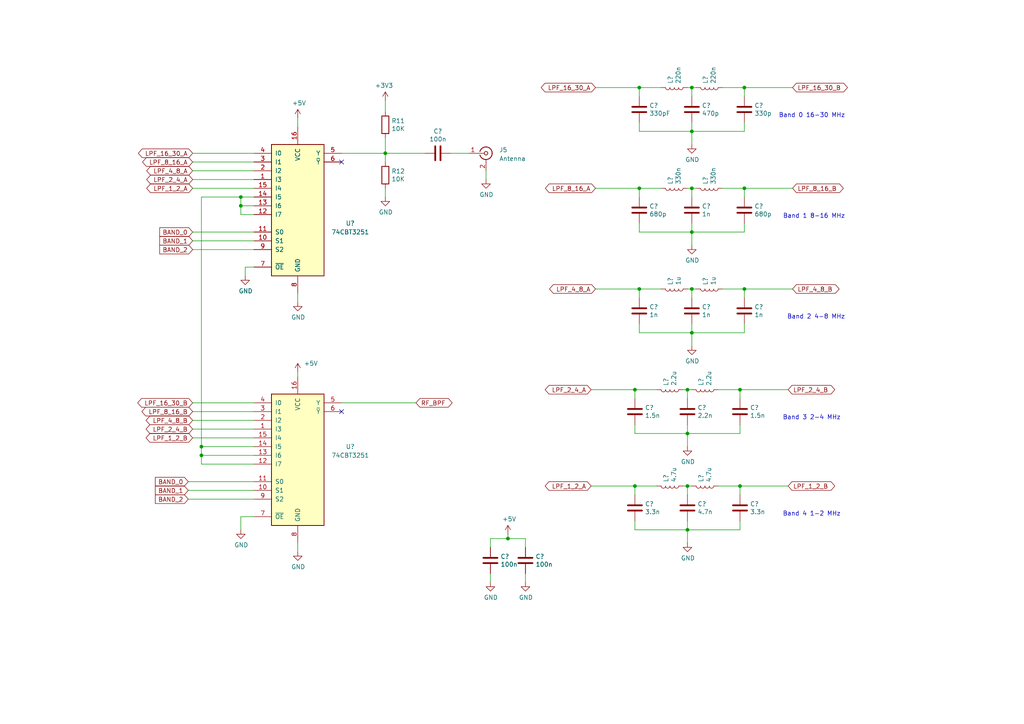
<source format=kicad_sch>
(kicad_sch (version 20230121) (generator eeschema)
  (paper "A4")
  (lib_symbols
    (symbol "74xx:74LS251" (pin_names (offset 1.016))
      (property "Reference" "U" (at -7.62 19.05 0))
      (property "Value" "74LS251" (at -7.62 -21.59 0))
      (symbol "74LS251_1_0"
        (pin input line (at -12.7 7.62 0) (length 5.08) (name "I3") (number "1"))
        (pin input line (at -12.7 -10.16 0) (length 5.08) (name "S1") (number "10"))
        (pin input line (at -12.7 -7.62 0) (length 5.08) (name "S0") (number "11"))
        (pin input line (at -12.7 -2.54 0) (length 5.08) (name "I7") (number "12"))
        (pin input line (at -12.7 0 0) (length 5.08) (name "I6") (number "13"))
        (pin input line (at -12.7 2.54 0) (length 5.08) (name "I5") (number "14"))
        (pin input line (at -12.7 5.08 0) (length 5.08) (name "I4") (number "15"))
        (pin power_in line (at 0 22.86 270) (length 5.08) (name "VCC") (number "16"))
        (pin input line (at -12.7 10.16 0) (length 5.08) (name "I2") (number "2"))
        (pin input line (at -12.7 12.7 0) (length 5.08) (name "I1") (number "3"))
        (pin input line (at -12.7 15.24 0) (length 5.08) (name "I0") (number "4"))
        (pin tri_state line (at 12.7 15.24 180) (length 5.08) (name "Y") (number "5"))
        (pin tri_state line (at 12.7 12.7 180) (length 5.08) (name "~{Y}") (number "6"))
        (pin input line (at -12.7 -17.78 0) (length 5.08) (name "~{OE}") (number "7"))
        (pin power_in line (at 0 -25.4 90) (length 5.08) (name "GND") (number "8"))
        (pin input line (at -12.7 -12.7 0) (length 5.08) (name "S2") (number "9"))
      )
      (symbol "74LS251_1_1"
        (rectangle (start -7.62 17.78) (end 7.62 -20.32) (stroke (width 0.254)) (fill (type background)))
      )
    )
    (symbol "Connector:Conn_Coaxial" (pin_names (offset 1.016) hide)
      (property "Reference" "J" (at 0.254 3.048 0))
      (property "Value" "Conn_Coaxial" (at 2.921 0 90))
      (symbol "Conn_Coaxial_0_1"
        (arc (start -1.778 -0.508) (mid 0.2311 -1.8066) (end 1.778 0) (stroke (width 0.254)))
        (polyline (pts (xy -2.54 0) (xy -0.508 0)))
        (polyline (pts (xy 0 -2.54) (xy 0 -1.778)))
        (circle (center 0 0) (radius 0.508) (stroke (width 0.2032)))
        (arc (start 1.778 0) (mid 0.2099 1.8101) (end -1.778 0.508) (stroke (width 0.254)))
      )
      (symbol "Conn_Coaxial_1_1"
        (pin passive line (at -5.08 0 0) (length 2.54) (name "In") (number "1"))
        (pin passive line (at 0 -5.08 90) (length 2.54) (name "Ext") (number "2"))
      )
    )
    (symbol "Device:C" (pin_numbers hide) (pin_names (offset 0.254))
      (property "Reference" "C" (at 0.635 2.54 0))
      (property "Value" "C" (at 0.635 -2.54 0))
      (symbol "C_0_1"
        (polyline (pts (xy -2.032 -0.762) (xy 2.032 -0.762)) (stroke (width 0.508)))
        (polyline (pts (xy -2.032 0.762) (xy 2.032 0.762)) (stroke (width 0.508)))
      )
      (symbol "C_1_1"
        (pin passive line (at 0 3.81 270) (length 2.794) (name "~") (number "1"))
        (pin passive line (at 0 -3.81 90) (length 2.794) (name "~") (number "2"))
      )
    )
    (symbol "Device:L" (pin_numbers hide) (pin_names (offset 1.016) hide)
      (property "Reference" "L" (at -1.27 0 90))
      (property "Value" "L" (at 1.905 0 90))
      (symbol "L_0_1"
        (arc (start 0 -2.54) (mid 0.6323 -1.905) (end 0 -1.27))
        (arc (start 0 -1.27) (mid 0.6323 -0.635) (end 0 0))
        (arc (start 0 0) (mid 0.6323 0.635) (end 0 1.27))
        (arc (start 0 1.27) (mid 0.6323 1.905) (end 0 2.54))
      )
      (symbol "L_1_1"
        (pin passive line (at 0 3.81 270) (length 1.27) (name "1") (number "1"))
        (pin passive line (at 0 -3.81 90) (length 1.27) (name "2") (number "2"))
      )
    )
    (symbol "Device:R" (pin_numbers hide) (pin_names (offset 0))
      (property "Reference" "R" (at 2.032 0 90))
      (property "Value" "R" (at 0 0 90))
      (symbol "R_0_1"
        (rectangle (start -1.016 -2.54) (end 1.016 2.54) (stroke (width 0.254)))
      )
      (symbol "R_1_1"
        (pin passive line (at 0 3.81 270) (length 1.27) (name "~") (number "1"))
        (pin passive line (at 0 -3.81 90) (length 1.27) (name "~") (number "2"))
      )
    )
    (symbol "power:+3V3" (power) (pin_names (offset 0))
      (property "Value" "+3V3" (at 0 3.556 0))
      (symbol "+3V3_0_1"
        (polyline (pts (xy -0.762 1.27) (xy 0 2.54)))
        (polyline (pts (xy 0 0) (xy 0 2.54)))
        (polyline (pts (xy 0 2.54) (xy 0.762 1.27)))
      )
      (symbol "+3V3_1_1"
        (pin power_in line (at 0 0 90) (length 0) hide (name "+3V3") (number "1"))
      )
    )
    (symbol "power:+5V" (power) (pin_names (offset 0))
      (property "Value" "+5V" (at 0 3.556 0))
      (symbol "+5V_0_1"
        (polyline (pts (xy -0.762 1.27) (xy 0 2.54)))
        (polyline (pts (xy 0 0) (xy 0 2.54)))
        (polyline (pts (xy 0 2.54) (xy 0.762 1.27)))
      )
      (symbol "+5V_1_1"
        (pin power_in line (at 0 0 90) (length 0) hide (name "+5V") (number "1"))
      )
    )
    (symbol "power:GND" (power) (pin_names (offset 0))
      (property "Value" "GND" (at 0 -3.81 0))
      (symbol "GND_0_1"
        (polyline (pts (xy 0 0) (xy 0 -1.27) (xy 1.27 -1.27) (xy 0 -2.54) (xy -1.27 -1.27) (xy 0 -1.27)))
      )
      (symbol "GND_1_1"
        (pin power_in line (at 0 0 270) (length 0) hide (name "GND") (number "1"))
      )
    )
  )
  (junction (at 185.42 54.61))
  (junction (at 200.66 25.4))
  (junction (at 184.15 140.97))
  (junction (at 200.66 38.1))
  (junction (at 200.66 96.52))
  (junction (at 184.15 113.03))
  (junction (at 185.42 83.82))
  (junction (at 199.39 113.03))
  (junction (at 199.39 153.67))
  (junction (at 200.66 67.31))
  (junction (at 200.66 83.82))
  (junction (at 58.42 132.08))
  (junction (at 58.42 129.54))
  (junction (at 111.76 44.45))
  (junction (at 215.9 25.4))
  (junction (at 147.32 156.21))
  (junction (at 69.85 59.69))
  (junction (at 185.42 25.4))
  (junction (at 200.66 54.61))
  (junction (at 214.63 113.03))
  (junction (at 199.39 125.73))
  (junction (at 215.9 83.82))
  (junction (at 69.85 57.15))
  (junction (at 214.63 140.97))
  (junction (at 215.9 54.61))
  (junction (at 199.39 140.97))
  (no_connect (at 99.06 119.38))
  (no_connect (at 99.06 46.99))
  (wire (pts (xy 200.66 25.4) (xy 200.66 27.94)))
  (wire (pts (xy 71.12 80.01) (xy 71.12 77.47)))
  (wire (pts (xy 152.4 166.37) (xy 152.4 168.91)))
  (wire (pts (xy 86.36 85.09) (xy 86.36 87.63)))
  (wire (pts (xy 200.66 83.82) (xy 200.66 86.36)))
  (wire (pts (xy 184.15 151.13) (xy 184.15 153.67)))
  (wire (pts (xy 58.42 129.54) (xy 73.66 129.54)))
  (wire (pts (xy 215.9 35.56) (xy 215.9 38.1)))
  (wire (pts (xy 55.88 54.61) (xy 73.66 54.61)))
  (wire (pts (xy 209.55 54.61) (xy 215.9 54.61)))
  (wire (pts (xy 172.72 54.61) (xy 185.42 54.61)))
  (wire (pts (xy 69.85 149.86) (xy 73.66 149.86)))
  (wire (pts (xy 215.9 54.61) (xy 229.87 54.61)))
  (wire (pts (xy 200.66 64.77) (xy 200.66 67.31)))
  (wire (pts (xy 214.63 123.19) (xy 214.63 125.73)))
  (wire (pts (xy 54.61 144.78) (xy 73.66 144.78)))
  (wire (pts (xy 185.42 38.1) (xy 200.66 38.1)))
  (wire (pts (xy 214.63 113.03) (xy 228.6 113.03)))
  (wire (pts (xy 215.9 54.61) (xy 215.9 57.15)))
  (wire (pts (xy 185.42 67.31) (xy 200.66 67.31)))
  (wire (pts (xy 55.88 46.99) (xy 73.66 46.99)))
  (wire (pts (xy 86.36 157.48) (xy 86.36 160.02)))
  (wire (pts (xy 140.97 49.53) (xy 140.97 52.07)))
  (wire (pts (xy 215.9 25.4) (xy 229.87 25.4)))
  (wire (pts (xy 58.42 134.62) (xy 73.66 134.62)))
  (wire (pts (xy 185.42 64.77) (xy 185.42 67.31)))
  (wire (pts (xy 55.88 121.92) (xy 73.66 121.92)))
  (wire (pts (xy 171.45 140.97) (xy 184.15 140.97)))
  (wire (pts (xy 185.42 54.61) (xy 191.77 54.61)))
  (wire (pts (xy 55.88 127) (xy 73.66 127)))
  (wire (pts (xy 73.66 59.69) (xy 69.85 59.69)))
  (wire (pts (xy 55.88 69.85) (xy 73.66 69.85)))
  (wire (pts (xy 69.85 153.67) (xy 69.85 149.86)))
  (wire (pts (xy 200.66 67.31) (xy 200.66 71.12)))
  (wire (pts (xy 185.42 83.82) (xy 191.77 83.82)))
  (wire (pts (xy 184.15 125.73) (xy 199.39 125.73)))
  (wire (pts (xy 214.63 140.97) (xy 228.6 140.97)))
  (wire (pts (xy 58.42 132.08) (xy 73.66 132.08)))
  (wire (pts (xy 200.66 54.61) (xy 200.66 57.15)))
  (wire (pts (xy 185.42 54.61) (xy 185.42 57.15)))
  (wire (pts (xy 184.15 140.97) (xy 190.5 140.97)))
  (wire (pts (xy 71.12 77.47) (xy 73.66 77.47)))
  (wire (pts (xy 152.4 158.75) (xy 152.4 156.21)))
  (wire (pts (xy 147.32 154.94) (xy 147.32 156.21)))
  (wire (pts (xy 198.12 113.03) (xy 199.39 113.03)))
  (wire (pts (xy 73.66 116.84) (xy 55.88 116.84)))
  (wire (pts (xy 199.39 83.82) (xy 200.66 83.82)))
  (wire (pts (xy 185.42 25.4) (xy 185.42 27.94)))
  (wire (pts (xy 142.24 156.21) (xy 142.24 158.75)))
  (wire (pts (xy 172.72 25.4) (xy 185.42 25.4)))
  (wire (pts (xy 214.63 151.13) (xy 214.63 153.67)))
  (wire (pts (xy 208.28 140.97) (xy 214.63 140.97)))
  (wire (pts (xy 111.76 54.61) (xy 111.76 57.15)))
  (wire (pts (xy 200.66 54.61) (xy 201.93 54.61)))
  (wire (pts (xy 185.42 25.4) (xy 191.77 25.4)))
  (wire (pts (xy 58.42 132.08) (xy 58.42 129.54)))
  (wire (pts (xy 215.9 93.98) (xy 215.9 96.52)))
  (wire (pts (xy 147.32 156.21) (xy 142.24 156.21)))
  (wire (pts (xy 55.88 119.38) (xy 73.66 119.38)))
  (wire (pts (xy 200.66 93.98) (xy 200.66 96.52)))
  (wire (pts (xy 185.42 93.98) (xy 185.42 96.52)))
  (wire (pts (xy 199.39 125.73) (xy 199.39 129.54)))
  (wire (pts (xy 214.63 140.97) (xy 214.63 143.51)))
  (wire (pts (xy 185.42 83.82) (xy 185.42 86.36)))
  (wire (pts (xy 214.63 113.03) (xy 214.63 115.57)))
  (wire (pts (xy 111.76 44.45) (xy 123.19 44.45)))
  (wire (pts (xy 199.39 140.97) (xy 199.39 143.51)))
  (wire (pts (xy 86.36 34.29) (xy 86.36 36.83)))
  (wire (pts (xy 69.85 57.15) (xy 69.85 59.69)))
  (wire (pts (xy 200.66 67.31) (xy 215.9 67.31)))
  (wire (pts (xy 86.36 107.95) (xy 86.36 109.22)))
  (wire (pts (xy 55.88 44.45) (xy 73.66 44.45)))
  (wire (pts (xy 69.85 59.69) (xy 69.85 62.23)))
  (wire (pts (xy 199.39 153.67) (xy 199.39 157.48)))
  (wire (pts (xy 199.39 151.13) (xy 199.39 153.67)))
  (wire (pts (xy 130.81 44.45) (xy 135.89 44.45)))
  (wire (pts (xy 111.76 44.45) (xy 111.76 46.99)))
  (wire (pts (xy 199.39 153.67) (xy 214.63 153.67)))
  (wire (pts (xy 184.15 123.19) (xy 184.15 125.73)))
  (wire (pts (xy 184.15 113.03) (xy 190.5 113.03)))
  (wire (pts (xy 200.66 96.52) (xy 200.66 100.33)))
  (wire (pts (xy 199.39 113.03) (xy 200.66 113.03)))
  (wire (pts (xy 99.06 116.84) (xy 120.65 116.84)))
  (wire (pts (xy 215.9 25.4) (xy 215.9 27.94)))
  (wire (pts (xy 199.39 125.73) (xy 214.63 125.73)))
  (wire (pts (xy 55.88 49.53) (xy 73.66 49.53)))
  (wire (pts (xy 215.9 83.82) (xy 229.87 83.82)))
  (wire (pts (xy 185.42 35.56) (xy 185.42 38.1)))
  (wire (pts (xy 200.66 96.52) (xy 215.9 96.52)))
  (wire (pts (xy 215.9 83.82) (xy 215.9 86.36)))
  (wire (pts (xy 142.24 166.37) (xy 142.24 168.91)))
  (wire (pts (xy 209.55 83.82) (xy 215.9 83.82)))
  (wire (pts (xy 172.72 83.82) (xy 185.42 83.82)))
  (wire (pts (xy 200.66 38.1) (xy 200.66 41.91)))
  (wire (pts (xy 199.39 54.61) (xy 200.66 54.61)))
  (wire (pts (xy 198.12 140.97) (xy 199.39 140.97)))
  (wire (pts (xy 111.76 40.005) (xy 111.76 44.45)))
  (wire (pts (xy 73.66 62.23) (xy 69.85 62.23)))
  (wire (pts (xy 199.39 113.03) (xy 199.39 115.57)))
  (wire (pts (xy 55.88 52.07) (xy 73.66 52.07)))
  (wire (pts (xy 54.61 139.7) (xy 73.66 139.7)))
  (wire (pts (xy 55.88 124.46) (xy 73.66 124.46)))
  (wire (pts (xy 73.66 57.15) (xy 69.85 57.15)))
  (wire (pts (xy 200.66 38.1) (xy 215.9 38.1)))
  (wire (pts (xy 99.06 44.45) (xy 111.76 44.45)))
  (wire (pts (xy 215.9 64.77) (xy 215.9 67.31)))
  (wire (pts (xy 209.55 25.4) (xy 215.9 25.4)))
  (wire (pts (xy 200.66 25.4) (xy 201.93 25.4)))
  (wire (pts (xy 199.39 123.19) (xy 199.39 125.73)))
  (wire (pts (xy 58.42 134.62) (xy 58.42 132.08)))
  (wire (pts (xy 184.15 113.03) (xy 184.15 115.57)))
  (wire (pts (xy 111.76 29.21) (xy 111.76 32.385)))
  (wire (pts (xy 58.42 57.15) (xy 69.85 57.15)))
  (wire (pts (xy 152.4 156.21) (xy 147.32 156.21)))
  (wire (pts (xy 184.15 153.67) (xy 199.39 153.67)))
  (wire (pts (xy 58.42 57.15) (xy 58.42 129.54)))
  (wire (pts (xy 200.66 35.56) (xy 200.66 38.1)))
  (wire (pts (xy 200.66 83.82) (xy 201.93 83.82)))
  (wire (pts (xy 199.39 25.4) (xy 200.66 25.4)))
  (wire (pts (xy 55.88 67.31) (xy 73.66 67.31)))
  (wire (pts (xy 54.61 142.24) (xy 73.66 142.24)))
  (wire (pts (xy 208.28 113.03) (xy 214.63 113.03)))
  (wire (pts (xy 171.45 113.03) (xy 184.15 113.03)))
  (wire (pts (xy 199.39 140.97) (xy 200.66 140.97)))
  (wire (pts (xy 185.42 96.52) (xy 200.66 96.52)))
  (wire (pts (xy 184.15 140.97) (xy 184.15 143.51)))
  (wire (pts (xy 55.88 72.39) (xy 73.66 72.39)))
  (text "Band 2 4-8 MHz" (at 245.11 92.71 0) (effects (font (size 1.27 1.27)) (justify right bottom)))
  (text "Band 4 1-2 MHz" (at 243.84 149.86 0) (effects (font (size 1.27 1.27)) (justify right bottom)))
  (text "Band 1 8-16 MHz" (at 245.11 63.5 0) (effects (font (size 1.27 1.27)) (justify right bottom)))
  (text "Band 3 2-4 MHz" (at 243.84 121.92 0) (effects (font (size 1.27 1.27)) (justify right bottom)))
  (text "Band 0 16-30 MHz" (at 245.11 34.29 0) (effects (font (size 1.27 1.27)) (justify right bottom)))
  (global_label "BAND_0" (shape input) (at 54.61 139.7 180) (property "Intersheetrefs" "${INTERSHEET_REFS}" (effects hide)))
  (global_label "LPF_16_30_B" (shape bidirectional) (at 229.87 25.4 0) (property "Intersheetrefs" "${INTERSHEET_REFS}" (effects hide)))
  (global_label "BAND_1" (shape input) (at 54.61 142.24 180) (property "Intersheetrefs" "${INTERSHEET_REFS}" (effects hide)))
  (global_label "LPF_4_8_B" (shape bidirectional) (at 229.87 83.82 0) (property "Intersheetrefs" "${INTERSHEET_REFS}" (effects hide)))
  (global_label "LPF_1_2_A" (shape bidirectional) (at 171.45 140.97 180) (property "Intersheetrefs" "${INTERSHEET_REFS}" (effects hide)))
  (global_label "BAND_1" (shape input) (at 55.88 69.85 180) (property "Intersheetrefs" "${INTERSHEET_REFS}" (effects hide)))
  (global_label "LPF_8_16_A" (shape bidirectional) (at 172.72 54.61 180) (property "Intersheetrefs" "${INTERSHEET_REFS}" (effects hide)))
  (global_label "LPF_2_4_B" (shape bidirectional) (at 55.88 124.46 180) (property "Intersheetrefs" "${INTERSHEET_REFS}" (effects hide)))
  (global_label "BAND_0" (shape input) (at 55.88 67.31 180) (property "Intersheetrefs" "${INTERSHEET_REFS}" (effects hide)))
  (global_label "LPF_8_16_A" (shape bidirectional) (at 55.88 46.99 180) (property "Intersheetrefs" "${INTERSHEET_REFS}" (effects hide)))
  (global_label "LPF_16_30_A" (shape bidirectional) (at 172.72 25.4 180) (property "Intersheetrefs" "${INTERSHEET_REFS}" (effects hide)))
  (global_label "LPF_2_4_B" (shape bidirectional) (at 228.6 113.03 0) (property "Intersheetrefs" "${INTERSHEET_REFS}" (effects hide)))
  (global_label "BAND_2" (shape input) (at 54.61 144.78 180) (property "Intersheetrefs" "${INTERSHEET_REFS}" (effects hide)))
  (global_label "LPF_8_16_B" (shape bidirectional) (at 55.88 119.38 180) (property "Intersheetrefs" "${INTERSHEET_REFS}" (effects hide)))
  (global_label "LPF_4_8_A" (shape bidirectional) (at 55.88 49.53 180) (property "Intersheetrefs" "${INTERSHEET_REFS}" (effects hide)))
  (global_label "LPF_4_8_B" (shape bidirectional) (at 55.88 121.92 180) (property "Intersheetrefs" "${INTERSHEET_REFS}" (effects hide)))
  (global_label "LPF_16_30_B" (shape bidirectional) (at 55.88 116.84 180) (property "Intersheetrefs" "${INTERSHEET_REFS}" (effects hide)))
  (global_label "RF_BPF" (shape bidirectional) (at 120.65 116.84 0) (property "Intersheetrefs" "${INTERSHEET_REFS}" (effects hide)))
  (global_label "LPF_4_8_A" (shape bidirectional) (at 172.72 83.82 180) (property "Intersheetrefs" "${INTERSHEET_REFS}" (effects hide)))
  (global_label "LPF_1_2_B" (shape bidirectional) (at 228.6 140.97 0) (property "Intersheetrefs" "${INTERSHEET_REFS}" (effects hide)))
  (global_label "LPF_16_30_A" (shape bidirectional) (at 55.88 44.45 180) (property "Intersheetrefs" "${INTERSHEET_REFS}" (effects hide)))
  (global_label "BAND_2" (shape input) (at 55.88 72.39 180) (property "Intersheetrefs" "${INTERSHEET_REFS}" (effects hide)))
  (global_label "LPF_1_2_A" (shape bidirectional) (at 55.88 54.61 180) (property "Intersheetrefs" "${INTERSHEET_REFS}" (effects hide)))
  (global_label "LPF_2_4_A" (shape bidirectional) (at 55.88 52.07 180) (property "Intersheetrefs" "${INTERSHEET_REFS}" (effects hide)))
  (global_label "LPF_1_2_B" (shape bidirectional) (at 55.88 127 180) (property "Intersheetrefs" "${INTERSHEET_REFS}" (effects hide)))
  (global_label "LPF_8_16_B" (shape bidirectional) (at 229.87 54.61 0) (property "Intersheetrefs" "${INTERSHEET_REFS}" (effects hide)))
  (global_label "LPF_2_4_A" (shape bidirectional) (at 171.45 113.03 180) (property "Intersheetrefs" "${INTERSHEET_REFS}" (effects hide)))
  (symbol (lib_id "power:GND") (at 152.4 168.91 0) (unit 1)
    (property "Reference" "#PWR?" (effects hide))
    (property "Value" "GND" (at 152.527 173.3042 0))
    (instances (project "RADIO" (path "" (reference "#PWR?") (unit 1))) (project "pico_rx" (path "" (reference "#PWR011") (unit 1))))
  )
  (symbol (lib_id "Device:L") (at 194.31 140.97 270) (unit 1)
    (property "Reference" "L?" (at 193.167 139.8778 0) (effects (justify right)))
    (property "Value" "4.7u" (at 195.453 139.8778 0) (effects (justify right)))
    (property "Footprint" "Inductor_SMD:L_0805_2012Metric_Pad1.05x1.20mm_HandSolder" (effects hide))
    (instances (project "RADIO" (path "" (reference "L?") (unit 1))) (project "pico_rx" (path "" (reference "L8") (unit 1))))
  )
  (symbol (lib_id "power:+5V") (at 86.36 34.29 0) (unit 1)
    (property "Reference" "#PWR?" (effects hide))
    (property "Value" "+5V" (at 86.741 29.8958 0))
    (instances (project "RADIO" (path "" (reference "#PWR?") (unit 1))) (project "pico_rx" (path "" (reference "#PWR03") (unit 1))))
  )
  (symbol (lib_id "Device:C") (at 184.15 147.32 180) (unit 1)
    (property "Reference" "C?" (at 187.071 146.177 0) (effects (justify right)))
    (property "Value" "3.3n" (at 187.071 148.463 0) (effects (justify right)))
    (property "Footprint" "Capacitor_SMD:C_0805_2012Metric" (effects hide))
    (instances (project "RADIO" (path "" (reference "C?") (unit 1))) (project "pico_rx" (path "" (reference "C36") (unit 1))))
  )
  (symbol (lib_id "Device:L") (at 205.74 54.61 270) (unit 1)
    (property "Reference" "L?" (at 204.597 53.5178 0) (effects (justify right)))
    (property "Value" "330n" (at 206.883 53.5178 0) (effects (justify right)))
    (property "Footprint" "Inductor_SMD:L_0805_2012Metric_Pad1.05x1.20mm_HandSolder" (effects hide))
    (instances (project "RADIO" (path "" (reference "L?") (unit 1))) (project "pico_rx" (path "" (reference "L2") (unit 1))))
  )
  (symbol (lib_id "power:GND") (at 199.39 157.48 0) (unit 1)
    (property "Reference" "#PWR?" (effects hide))
    (property "Value" "GND" (at 199.517 161.8742 0))
    (instances (project "RADIO" (path "" (reference "#PWR?") (unit 1))) (project "pico_rx" (path "" (reference "#PWR032") (unit 1))))
  )
  (symbol (lib_id "power:GND") (at 200.66 71.12 0) (unit 1)
    (property "Reference" "#PWR?" (effects hide))
    (property "Value" "GND" (at 200.787 75.5142 0))
    (instances (project "RADIO" (path "" (reference "#PWR?") (unit 1))) (project "pico_rx" (path "" (reference "#PWR013") (unit 1))))
  )
  (symbol (lib_id "Device:C") (at 214.63 147.32 180) (unit 1)
    (property "Reference" "C?" (at 217.551 146.177 0) (effects (justify right)))
    (property "Value" "3.3n" (at 217.551 148.463 0) (effects (justify right)))
    (property "Footprint" "Capacitor_SMD:C_0805_2012Metric" (effects hide))
    (instances (project "RADIO" (path "" (reference "C?") (unit 1))) (project "pico_rx" (path "" (reference "C38") (unit 1))))
  )
  (symbol (lib_id "Device:C") (at 215.9 31.75 180) (unit 1)
    (property "Reference" "C?" (at 218.821 30.607 0) (effects (justify right)))
    (property "Value" "330p" (at 218.821 32.893 0) (effects (justify right)))
    (property "Footprint" "Capacitor_SMD:C_0805_2012Metric" (effects hide))
    (instances (project "RADIO" (path "" (reference "C?") (unit 1))) (project "pico_rx" (path "" (reference "C16") (unit 1))))
  )
  (symbol (lib_id "Device:R") (at 111.76 50.8 0) (unit 1)
    (property "Reference" "R12" (at 113.538 49.657 0) (effects (justify left)))
    (property "Value" "10K" (at 113.538 51.943 0) (effects (justify left)))
    (property "Footprint" "Resistor_SMD:R_0805_2012Metric" (effects hide))
    (instances (project "RADIO" (path "" (reference "R12") (unit 1))) (project "pico_rx" (path "" (reference "R11") (unit 1)) (path "" (reference "R10") (unit 1))))
  )
  (symbol (lib_id "Device:C") (at 200.66 90.17 180) (unit 1)
    (property "Reference" "C?" (at 203.581 89.027 0) (effects (justify right)))
    (property "Value" "1n" (at 203.581 91.313 0) (effects (justify right)))
    (property "Footprint" "Capacitor_SMD:C_0805_2012Metric" (effects hide))
    (instances (project "RADIO" (path "" (reference "C?") (unit 1))) (project "pico_rx" (path "" (reference "C14") (unit 1))))
  )
  (symbol (lib_id "Device:L") (at 204.47 140.97 270) (unit 1)
    (property "Reference" "L?" (at 203.327 139.8778 0) (effects (justify right)))
    (property "Value" "4.7u" (at 205.613 139.8778 0) (effects (justify right)))
    (property "Footprint" "Inductor_SMD:L_0805_2012Metric_Pad1.05x1.20mm_HandSolder" (effects hide))
    (instances (project "RADIO" (path "" (reference "L?") (unit 1))) (project "pico_rx" (path "" (reference "L9") (unit 1))))
  )
  (symbol (lib_id "Device:L") (at 194.31 113.03 270) (unit 1)
    (property "Reference" "L?" (at 193.167 111.9378 0) (effects (justify right)))
    (property "Value" "2.2u" (at 195.453 111.9378 0) (effects (justify right)))
    (property "Footprint" "Inductor_SMD:L_0805_2012Metric_Pad1.05x1.20mm_HandSolder" (effects hide))
    (instances (project "RADIO" (path "" (reference "L?") (unit 1))) (project "pico_rx" (path "" (reference "L6") (unit 1))))
  )
  (symbol (lib_id "Device:L") (at 195.58 83.82 270) (unit 1)
    (property "Reference" "L?" (at 194.437 82.7278 0) (effects (justify right)))
    (property "Value" "1u" (at 196.723 82.7278 0) (effects (justify right)))
    (property "Footprint" "Inductor_SMD:L_0805_2012Metric_Pad1.05x1.20mm_HandSolder" (effects hide))
    (instances (project "RADIO" (path "" (reference "L?") (unit 1))) (project "pico_rx" (path "" (reference "L3") (unit 1))))
  )
  (symbol (lib_id "power:GND") (at 140.97 52.07 0) (unit 1)
    (property "Reference" "#PWR?" (effects hide))
    (property "Value" "GND" (at 141.097 56.4642 0))
    (instances (project "RADIO" (path "" (reference "#PWR?") (unit 1))) (project "pico_rx" (path "" (reference "#PWR047") (unit 1))))
  )
  (symbol (lib_id "Connector:Conn_Coaxial") (at 140.97 44.45 0) (unit 1)
    (property "Reference" "J5" (at 144.78 43.4732 0) (effects (justify left)))
    (property "Value" "Antenna" (at 144.78 46.0132 0) (effects (justify left)))
    (property "Footprint" "Connector_Coaxial:SMA_Amphenol_132289_EdgeMount" (effects hide))
    (property "Datasheet" " ~" (effects hide))
  )
  (symbol (lib_id "power:GND") (at 142.24 168.91 0) (unit 1)
    (property "Reference" "#PWR?" (effects hide))
    (property "Value" "GND" (at 142.367 173.3042 0))
    (instances (project "RADIO" (path "" (reference "#PWR?") (unit 1))) (project "pico_rx" (path "" (reference "#PWR09") (unit 1))))
  )
  (symbol (lib_id "power:GND") (at 69.85 153.67 0) (unit 1)
    (property "Reference" "#PWR?" (effects hide))
    (property "Value" "GND" (at 69.977 158.0642 0))
    (instances (project "RADIO" (path "" (reference "#PWR?") (unit 1))) (project "pico_rx" (path "" (reference "#PWR01") (unit 1))))
  )
  (symbol (lib_id "Device:C") (at 214.63 119.38 180) (unit 1)
    (property "Reference" "C?" (at 217.551 118.237 0) (effects (justify right)))
    (property "Value" "1.5n" (at 217.551 120.523 0) (effects (justify right)))
    (property "Footprint" "Capacitor_SMD:C_0805_2012Metric" (effects hide))
    (instances (project "RADIO" (path "" (reference "C?") (unit 1))) (project "pico_rx" (path "" (reference "C22") (unit 1))))
  )
  (symbol (lib_id "Device:L") (at 195.58 25.4 270) (unit 1)
    (property "Reference" "L?" (at 194.437 24.3078 0) (effects (justify right)))
    (property "Value" "220n" (at 196.723 24.3078 0) (effects (justify right)))
    (property "Footprint" "Inductor_SMD:L_0805_2012Metric_Pad1.05x1.20mm_HandSolder" (effects hide))
    (instances (project "RADIO" (path "" (reference "L?") (unit 1))) (project "pico_rx" (path "" (reference "L13") (unit 1))))
  )
  (symbol (lib_id "power:+5V") (at 86.36 107.95 0) (unit 1)
    (property "Reference" "#PWR?" (effects hide))
    (property "Value" "+5V" (at 90.17 105.41 0))
    (instances (project "RADIO" (path "" (reference "#PWR?") (unit 1))) (project "pico_rx" (path "" (reference "#PWR05") (unit 1))))
  )
  (symbol (lib_id "Device:L") (at 204.47 113.03 270) (unit 1)
    (property "Reference" "L?" (at 203.327 111.9378 0) (effects (justify right)))
    (property "Value" "2.2u" (at 205.613 111.9378 0) (effects (justify right)))
    (property "Footprint" "Inductor_SMD:L_0805_2012Metric_Pad1.05x1.20mm_HandSolder" (effects hide))
    (instances (project "RADIO" (path "" (reference "L?") (unit 1))) (project "pico_rx" (path "" (reference "L7") (unit 1))))
  )
  (symbol (lib_id "power:GND") (at 86.36 87.63 0) (unit 1)
    (property "Reference" "#PWR?" (effects hide))
    (property "Value" "GND" (at 86.487 92.0242 0))
    (instances (project "RADIO" (path "" (reference "#PWR?") (unit 1))) (project "pico_rx" (path "" (reference "#PWR04") (unit 1))))
  )
  (symbol (lib_id "Device:C") (at 200.66 60.96 180) (unit 1)
    (property "Reference" "C?" (at 203.581 59.817 0) (effects (justify right)))
    (property "Value" "1n" (at 203.581 62.103 0) (effects (justify right)))
    (property "Footprint" "Capacitor_SMD:C_0805_2012Metric" (effects hide))
    (instances (project "RADIO" (path "" (reference "C?") (unit 1))) (project "pico_rx" (path "" (reference "C7") (unit 1))))
  )
  (symbol (lib_id "Device:C") (at 215.9 90.17 180) (unit 1)
    (property "Reference" "C?" (at 218.821 89.027 0) (effects (justify right)))
    (property "Value" "1n" (at 218.821 91.313 0) (effects (justify right)))
    (property "Footprint" "Capacitor_SMD:C_0805_2012Metric" (effects hide))
    (instances (project "RADIO" (path "" (reference "C?") (unit 1))) (project "pico_rx" (path "" (reference "C15") (unit 1))))
  )
  (symbol (lib_id "Device:C") (at 199.39 147.32 180) (unit 1)
    (property "Reference" "C?" (at 202.311 146.177 0) (effects (justify right)))
    (property "Value" "4.7n" (at 202.311 148.463 0) (effects (justify right)))
    (property "Footprint" "Capacitor_SMD:C_0805_2012Metric" (effects hide))
    (instances (project "RADIO" (path "" (reference "C?") (unit 1))) (project "pico_rx" (path "" (reference "C37") (unit 1))))
  )
  (symbol (lib_id "Device:C") (at 152.4 162.56 0) (unit 1)
    (property "Reference" "C?" (at 155.321 161.417 0) (effects (justify left)))
    (property "Value" "100n" (at 155.321 163.703 0) (effects (justify left)))
    (property "Footprint" "Capacitor_SMD:C_0805_2012Metric" (effects hide))
    (instances (project "RADIO" (path "" (reference "C?") (unit 1))) (project "pico_rx" (path "" (reference "C3") (unit 1))))
  )
  (symbol (lib_id "Device:C") (at 199.39 119.38 180) (unit 1)
    (property "Reference" "C?" (at 202.311 118.237 0) (effects (justify right)))
    (property "Value" "2.2n" (at 202.311 120.523 0) (effects (justify right)))
    (property "Footprint" "Capacitor_SMD:C_0805_2012Metric" (effects hide))
    (instances (project "RADIO" (path "" (reference "C?") (unit 1))) (project "pico_rx" (path "" (reference "C21") (unit 1))))
  )
  (symbol (lib_id "power:GND") (at 199.39 129.54 0) (unit 1)
    (property "Reference" "#PWR?" (effects hide))
    (property "Value" "GND" (at 199.517 133.9342 0))
    (instances (project "RADIO" (path "" (reference "#PWR?") (unit 1))) (project "pico_rx" (path "" (reference "#PWR015") (unit 1))))
  )
  (symbol (lib_id "Device:L") (at 195.58 54.61 270) (unit 1)
    (property "Reference" "L?" (at 194.437 53.5178 0) (effects (justify right)))
    (property "Value" "330n" (at 196.723 53.5178 0) (effects (justify right)))
    (property "Footprint" "Inductor_SMD:L_0805_2012Metric_Pad1.05x1.20mm_HandSolder" (effects hide))
    (instances (project "RADIO" (path "" (reference "L?") (unit 1))) (project "pico_rx" (path "" (reference "L1") (unit 1))))
  )
  (symbol (lib_id "Device:C") (at 185.42 90.17 180) (unit 1)
    (property "Reference" "C?" (at 188.341 89.027 0) (effects (justify right)))
    (property "Value" "1n" (at 188.341 91.313 0) (effects (justify right)))
    (property "Footprint" "Capacitor_SMD:C_0805_2012Metric" (effects hide))
    (instances (project "RADIO" (path "" (reference "C?") (unit 1))) (project "pico_rx" (path "" (reference "C13") (unit 1))))
  )
  (symbol (lib_id "power:GND") (at 200.66 41.91 0) (unit 1)
    (property "Reference" "#PWR?" (effects hide))
    (property "Value" "GND" (at 200.787 46.3042 0))
    (instances (project "RADIO" (path "" (reference "#PWR?") (unit 1))) (project "pico_rx" (path "" (reference "#PWR012") (unit 1))))
  )
  (symbol (lib_id "Device:L") (at 205.74 83.82 270) (unit 1)
    (property "Reference" "L?" (at 204.597 82.7278 0) (effects (justify right)))
    (property "Value" "1u" (at 206.883 82.7278 0) (effects (justify right)))
    (property "Footprint" "Inductor_SMD:L_0805_2012Metric_Pad1.05x1.20mm_HandSolder" (effects hide))
    (instances (project "RADIO" (path "" (reference "L?") (unit 1))) (project "pico_rx" (path "" (reference "L4") (unit 1))))
  )
  (symbol (lib_id "Device:C") (at 184.15 119.38 180) (unit 1)
    (property "Reference" "C?" (at 187.071 118.237 0) (effects (justify right)))
    (property "Value" "1.5n" (at 187.071 120.523 0) (effects (justify right)))
    (property "Footprint" "Capacitor_SMD:C_0805_2012Metric" (effects hide))
    (instances (project "RADIO" (path "" (reference "C?") (unit 1))) (project "pico_rx" (path "" (reference "C19") (unit 1))))
  )
  (symbol (lib_id "Device:C") (at 185.42 31.75 180) (unit 1)
    (property "Reference" "C?" (at 188.341 30.607 0) (effects (justify right)))
    (property "Value" "330pF" (at 188.341 32.893 0) (effects (justify right)))
    (property "Footprint" "Capacitor_SMD:C_0805_2012Metric" (effects hide))
    (instances (project "RADIO" (path "" (reference "C?") (unit 1))) (project "pico_rx" (path "" (reference "C8") (unit 1))))
  )
  (symbol (lib_id "Device:R") (at 111.76 36.195 0) (unit 1)
    (property "Reference" "R11" (at 113.538 35.052 0) (effects (justify left)))
    (property "Value" "10K" (at 113.538 37.338 0) (effects (justify left)))
    (property "Footprint" "Resistor_SMD:R_0805_2012Metric" (effects hide))
    (instances (project "RADIO" (path "" (reference "R11") (unit 1))) (project "pico_rx" (path "" (reference "R10") (unit 1)) (path "" (reference "R2") (unit 1))))
  )
  (symbol (lib_id "power:GND") (at 71.12 80.01 0) (unit 1)
    (property "Reference" "#PWR?" (effects hide))
    (property "Value" "GND" (at 71.247 84.4042 0))
    (instances (project "RADIO" (path "" (reference "#PWR?") (unit 1))) (project "pico_rx" (path "" (reference "#PWR02") (unit 1))))
  )
  (symbol (lib_id "Device:C") (at 185.42 60.96 180) (unit 1)
    (property "Reference" "C?" (at 188.341 59.817 0) (effects (justify right)))
    (property "Value" "680p" (at 188.341 62.103 0) (effects (justify right)))
    (property "Footprint" "Capacitor_SMD:C_0805_2012Metric" (effects hide))
    (instances (project "RADIO" (path "" (reference "C?") (unit 1))) (project "pico_rx" (path "" (reference "C6") (unit 1))))
  )
  (symbol (lib_id "74xx:74LS251") (at 86.36 132.08 0) (unit 1)
    (property "Reference" "U?" (at 101.6 129.54 0))
    (property "Value" "74CBT3251" (at 101.6 132.08 0))
    (property "Footprint" "Package_SO:SOIC-16_3.9x9.9mm_P1.27mm" (effects hide))
    (property "Datasheet" "http://www.ti.com/lit/gpn/sn74LS251" (effects hide))
    (instances (project "RADIO" (path "" (reference "U?") (unit 1))) (project "pico_rx" (path "" (reference "U2") (unit 1))))
  )
  (symbol (lib_id "power:GND") (at 86.36 160.02 0) (unit 1)
    (property "Reference" "#PWR?" (effects hide))
    (property "Value" "GND" (at 86.487 164.4142 0))
    (instances (project "RADIO" (path "" (reference "#PWR?") (unit 1))) (project "pico_rx" (path "" (reference "#PWR06") (unit 1))))
  )
  (symbol (lib_id "power:GND") (at 111.76 57.15 0) (unit 1)
    (property "Reference" "#PWR036" (effects hide))
    (property "Value" "GND" (at 111.887 61.5442 0))
    (instances (project "RADIO" (path "" (reference "#PWR036") (unit 1))) (project "pico_rx" (path "" (reference "#PWR034") (unit 1)) (path "" (reference "#PWR033") (unit 1))))
  )
  (symbol (lib_id "Device:C") (at 200.66 31.75 180) (unit 1)
    (property "Reference" "C?" (at 203.581 30.607 0) (effects (justify right)))
    (property "Value" "470p" (at 203.581 32.893 0) (effects (justify right)))
    (property "Footprint" "Capacitor_SMD:C_0805_2012Metric" (effects hide))
    (instances (project "RADIO" (path "" (reference "C?") (unit 1))) (project "pico_rx" (path "" (reference "C12") (unit 1))))
  )
  (symbol (lib_id "Device:L") (at 205.74 25.4 270) (unit 1)
    (property "Reference" "L?" (at 204.597 24.3078 0) (effects (justify right)))
    (property "Value" "220n" (at 206.883 24.3078 0) (effects (justify right)))
    (property "Footprint" "Inductor_SMD:L_0805_2012Metric_Pad1.05x1.20mm_HandSolder" (effects hide))
    (instances (project "RADIO" (path "" (reference "L?") (unit 1))) (project "pico_rx" (path "" (reference "L5") (unit 1))))
  )
  (symbol (lib_id "Device:C") (at 127 44.45 270) (mirror x) (unit 1)
    (property "Reference" "C?" (at 127 38.0746 90))
    (property "Value" "100n" (at 127 40.386 90))
    (property "Footprint" "Capacitor_SMD:C_0805_2012Metric" (effects hide))
    (instances (project "RADIO" (path "" (reference "C?") (unit 1))) (project "pico_rx" (path "" (reference "C1") (unit 1))))
  )
  (symbol (lib_id "power:GND") (at 200.66 100.33 0) (unit 1)
    (property "Reference" "#PWR?" (effects hide))
    (property "Value" "GND" (at 200.787 104.7242 0))
    (instances (project "RADIO" (path "" (reference "#PWR?") (unit 1))) (project "pico_rx" (path "" (reference "#PWR014") (unit 1))))
  )
  (symbol (lib_id "power:+3V3") (at 111.76 29.21 0) (mirror y) (unit 1)
    (property "Reference" "#PWR0107" (effects hide))
    (property "Value" "+3V3" (at 111.379 24.8158 0))
    (instances (project "RADIO" (path "" (reference "#PWR0107") (unit 1))) (project "pico_rx" (path "" (reference "#PWR041") (unit 1)) (path "" (reference "#PWR07") (unit 1))))
  )
  (symbol (lib_id "Device:C") (at 142.24 162.56 0) (unit 1)
    (property "Reference" "C?" (at 145.161 161.417 0) (effects (justify left)))
    (property "Value" "100n" (at 145.161 163.703 0) (effects (justify left)))
    (property "Footprint" "Capacitor_SMD:C_0805_2012Metric" (effects hide))
    (instances (project "RADIO" (path "" (reference "C?") (unit 1))) (project "pico_rx" (path "" (reference "C2") (unit 1))))
  )
  (symbol (lib_id "Device:C") (at 215.9 60.96 180) (unit 1)
    (property "Reference" "C?" (at 218.821 59.817 0) (effects (justify right)))
    (property "Value" "680p" (at 218.821 62.103 0) (effects (justify right)))
    (property "Footprint" "Capacitor_SMD:C_0805_2012Metric" (effects hide))
    (instances (project "RADIO" (path "" (reference "C?") (unit 1))) (project "pico_rx" (path "" (reference "C9") (unit 1))))
  )
  (symbol (lib_id "74xx:74LS251") (at 86.36 59.69 0) (unit 1)
    (property "Reference" "U?" (at 101.6 64.77 0))
    (property "Value" "74CBT3251" (at 101.6 67.31 0))
    (property "Footprint" "Package_SO:SOIC-16_3.9x9.9mm_P1.27mm" (effects hide))
    (property "Datasheet" "http://www.ti.com/lit/gpn/sn74LS251" (effects hide))
    (instances (project "RADIO" (path "" (reference "U?") (unit 1))) (project "pico_rx" (path "" (reference "U1") (unit 1))))
  )
  (symbol (lib_id "power:+5V") (at 147.32 154.94 0) (unit 1)
    (property "Reference" "#PWR?" (effects hide))
    (property "Value" "+5V" (at 147.701 150.5458 0))
    (instances (project "RADIO" (path "" (reference "#PWR?") (unit 1))) (project "pico_rx" (path "" (reference "#PWR010") (unit 1))))
  )
)
</source>
